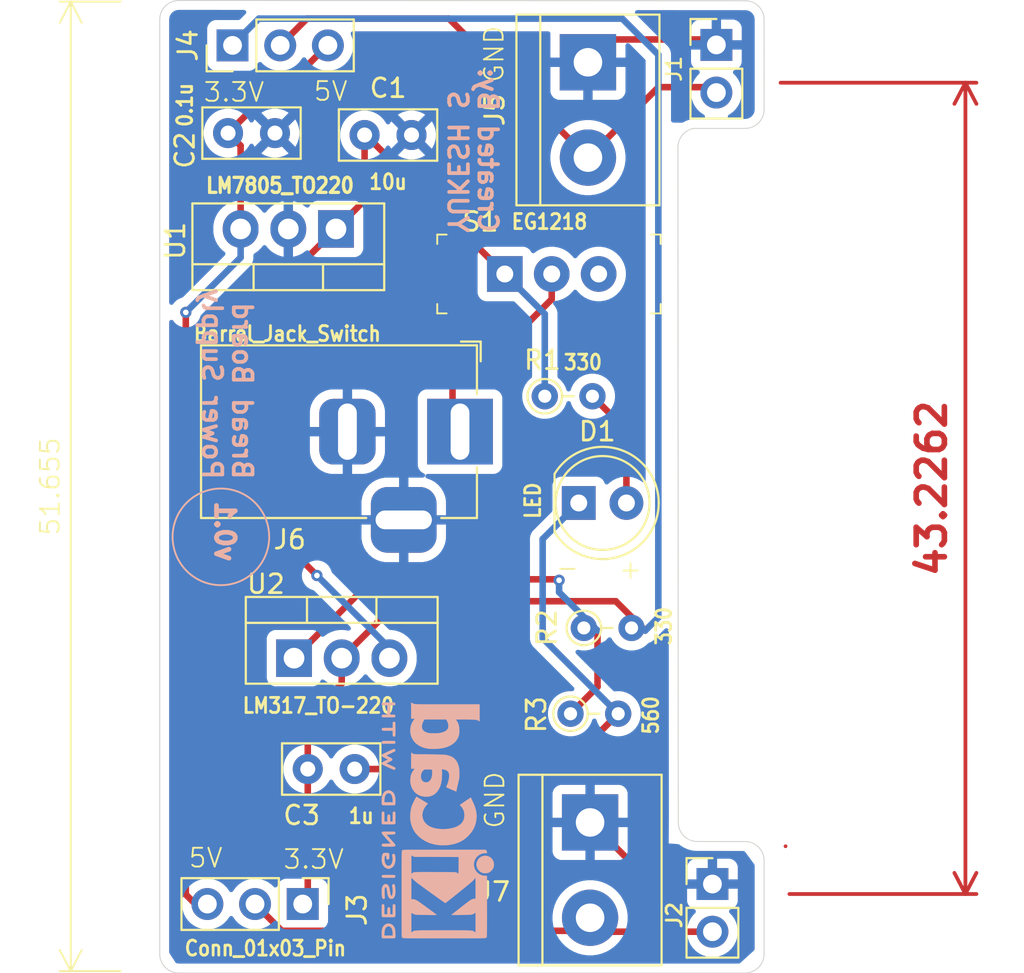
<source format=kicad_pcb>
(kicad_pcb (version 20241229) (generator "pcbnew") (generator_version "9.0")
  (title_block (title "Bread Board Supply v001") (date "2025-12-05") (rev "1"))
  (layers (0 "F.Cu" signal) (2 "B.Cu" signal) (13 "F.Paste" user) (15 "B.Paste" user) (5 "F.SilkS" user "F.Silkscreen") (7 "B.SilkS" user "B.Silkscreen") (1 "F.Mask" user) (3 "B.Mask" user) (25 "Edge.Cuts" user))
  (net 0 "")
  (net 1 "GND")
  (net 2 "/12V")
  (net 3 "/5V")
  (net 4 "/3.3V")
  (net 5 "Net-(D1-K)")
  (net 6 "Net-(D1-A)")
  (net 7 "/POWER_IN")
  (net 8 "Net-(U2-ADJ)")
  (net 10 "/POW_OUT_TOP")
  (net 11 "/POW_OUT_BOT")
  (footprint "Resistor_THT:R_Axial_DIN0204_L3.6mm_D1.6mm_P2.54mm_Vertical" (layer "F.Cu") (at 109.27 93.2688)
    (property "Reference" "R2" (at -1.97 -0.0088 90) (layer "F.SilkS"))
    (property "Value" "330" (at 4.26 -0.0988 90) (layer "F.SilkS") (effects (font (size 0.8 0.7))))
    (pad "1" thru_hole circle (at 0 0) (size 1.4 1.4) (drill 0.7) (layers "*.Cu" "*.Mask") (net 8 "Net-(U2-ADJ)"))
    (pad "2" thru_hole circle (at 2.54 0) (size 1.4 1.4) (drill 0.7) (layers "*.Cu" "*.Mask") (net 4 "/3.3V"))
  )
  (footprint "Connector_PinHeader_2.54mm:PinHeader_1x03_P2.54mm_Vertical" (layer "F.Cu") (at 94.29 107.98 -90)
    (property "Reference" "J3" (at 0.31 -2.89 90) (layer "F.SilkS"))
    (property "Value" "Conn_01x03_Pin" (at 2.36 1.99 180) (layer "F.SilkS") (effects (font (size 0.8 0.7))))
    (pad "1" thru_hole rect (at 0 0 270) (size 1.7 1.7) (drill 1) (layers "*.Cu" "*.Mask") (net 4 "/3.3V"))
    (pad "2" thru_hole circle (at 0 2.54 270) (size 1.7 1.7) (drill 1) (layers "*.Cu" "*.Mask") (net 11 "/POW_OUT_BOT"))
    (pad "3" thru_hole circle (at 0 5.08 270) (size 1.7 1.7) (drill 1) (layers "*.Cu" "*.Mask") (net 3 "/5V"))
  )
  (footprint "TerminalBlock:TerminalBlock_bornier-2_P5.08mm" (layer "F.Cu") (at 109.487 63.130901 -90)
    (property "Reference" "J5" (at 2.54 4.966 90) (layer "F.SilkS"))
    (property "Value" "Screw_Terminal_01x02" (hide yes))
    (pad "1" thru_hole rect (at 0 0 270) (size 3 3) (drill 1.52) (layers "*.Cu" "*.Mask") (net 1 "GND"))
    (pad "2" thru_hole circle (at 5.08 0 270) (size 3 3) (drill 1.52) (layers "*.Cu" "*.Mask") (net 10 "/POW_OUT_TOP"))
  )
  (footprint "TerminalBlock:TerminalBlock_bornier-2_P5.08mm" (layer "F.Cu") (at 109.601 103.632 -90)
    (property "Reference" "J7" (at 3.698 5.121 180) (layer "F.SilkS"))
    (property "Value" "Screw_Terminal_01x02" (hide yes))
    (pad "1" thru_hole rect (at 0 0 270) (size 3 3) (drill 1.52) (layers "*.Cu" "*.Mask") (net 1 "GND"))
    (pad "2" thru_hole circle (at 5.08 0 270) (size 3 3) (drill 1.52) (layers "*.Cu" "*.Mask") (net 11 "/POW_OUT_BOT"))
  )
  (footprint "Package_TO_SOT_THT:TO-220-3_Vertical" (layer "F.Cu") (at 96.062 72.010901 180)
    (property "Reference" "U1" (at 8.559 -0.633099 90) (layer "F.SilkS"))
    (property "Value" "LM7805_TO220" (at 2.982 2.310901 0) (layer "F.SilkS") (effects (font (size 0.8 0.7) (thickness 0.175) (bold yes))))
    (pad "1" thru_hole rect (at 0 0 180) (size 1.905 2) (drill 1.1) (layers "*.Cu" "*.Mask") (net 2 "/12V"))
    (pad "2" thru_hole oval (at 2.54 0 180) (size 1.905 2) (drill 1.1) (layers "*.Cu" "*.Mask") (net 1 "GND"))
    (pad "3" thru_hole oval (at 5.08 0 180) (size 1.905 2) (drill 1.1) (layers "*.Cu" "*.Mask") (net 3 "/5V"))
  )
  (footprint "Connector_BarrelJack:BarrelJack_Horizontal" (layer "F.Cu") (at 102.6724 82.8117)
    (property "Reference" "J6" (at -9.0734 5.75 0) (layer "F.SilkS"))
    (property "Value" "Barrel_Jack_Switch" (at -9.2004 -5.2147 0) (layer "F.SilkS") (effects (font (size 0.8 0.7))))
    (pad "1" thru_hole rect (at 0 0) (size 3.5 3.5) (drill oval 1 3) (layers "*.Cu" "*.Mask") (net 7 "/POWER_IN"))
    (pad "2" thru_hole roundrect (at -6 0) (size 3 3.5) (drill oval 1 3) (layers "*.Cu" "*.Mask") (net 1 "GND"))
    (pad "3" thru_hole roundrect (at -3 4.7) (size 3.5 3.5) (drill oval 3 1) (layers "*.Cu" "*.Mask") (net 1 "GND"))
  )
  (footprint "Capacitor_THT:C_Disc_D5.0mm_W2.5mm_P2.50mm" (layer "F.Cu") (at 94.5588 100.7872)
    (property "Reference" "C3" (at -0.3248 2.4638 0) (layer "F.SilkS"))
    (property "Value" "1u" (at 2.8502 2.5 0) (layer "F.SilkS") (effects (font (size 0.8 0.7))))
    (pad "1" thru_hole circle (at 0 0) (size 1.6 1.6) (drill 0.8) (layers "*.Cu" "*.Mask") (net 4 "/3.3V"))
    (pad "2" thru_hole circle (at 2.5 0) (size 1.6 1.6) (drill 0.8) (layers "*.Cu" "*.Mask") (net 5 "Net-(D1-K)"))
  )
  (footprint "Resistor_THT:R_Axial_DIN0204_L3.6mm_D1.6mm_P2.54mm_Vertical" (layer "F.Cu") (at 107.1872 80.9244)
    (property "Reference" "R1" (at -0.1262 -1.9304 0) (layer "F.SilkS"))
    (property "Value" "330" (at 2.0328 -1.8034 0) (layer "F.SilkS") (effects (font (size 0.8 0.7))))
    (pad "1" thru_hole circle (at 0 0) (size 1.4 1.4) (drill 0.7) (layers "*.Cu" "*.Mask") (net 2 "/12V"))
    (pad "2" thru_hole circle (at 2.54 0) (size 1.4 1.4) (drill 0.7) (layers "*.Cu" "*.Mask") (net 6 "Net-(D1-A)"))
  )
  (footprint "digikey-footprints:Switch_Slide_11.6x4mm_EG1218" (layer "F.Cu") (at 105.057 74.410901)
    (property "Reference" "S1" (at -1.298 -2.782901 0) (layer "F.SilkS"))
    (property "Value" "EG1218" (at 2.38 -2.782901 0) (layer "F.SilkS") (effects (font (size 0.8 0.7))))
    (pad "1" thru_hole rect (at 0 0) (size 1.9 1.9) (drill 0.9) (layers "*.Cu" "*.Mask") (net 2 "/12V"))
    (pad "2" thru_hole circle (at 2.5 0) (size 1.9 1.9) (drill 0.9) (layers "*.Cu" "*.Mask") (net 7 "/POWER_IN"))
    (pad "3" thru_hole circle (at 5 0) (size 1.9 1.9) (drill 0.9) (layers "*.Cu" "*.Mask"))
  )
  (footprint "LED_THT:LED_D5.0mm" (layer "F.Cu") (at 108.997 86.610901)
    (property "Reference" "D1" (at 0.985 -3.806901 0) (layer "F.SilkS"))
    (property "Value" "LED" (at -2.444 -0.123901 90) (layer "F.SilkS") (effects (font (size 0.8 0.7))))
    (pad "1" thru_hole rect (at 0 0) (size 1.8 1.8) (drill 0.9) (layers "*.Cu" "*.Mask") (net 5 "Net-(D1-K)"))
    (pad "2" thru_hole circle (at 2.54 0) (size 1.8 1.8) (drill 0.9) (layers "*.Cu" "*.Mask") (net 6 "Net-(D1-A)"))
  )
  (footprint "Package_TO_SOT_THT:TO-220-3_Vertical" (layer "F.Cu") (at 93.8276 94.8792)
    (property "Reference" "U2" (at -1.4986 -3.9472 0) (layer "F.SilkS"))
    (property "Value" "LM317_TO-220" (at 1.2954 2.5298 0) (layer "F.SilkS") (effects (font (size 0.8 0.7))))
    (pad "1" thru_hole rect (at 0 0) (size 1.905 2) (drill 1.1) (layers "*.Cu" "*.Mask") (net 8 "Net-(U2-ADJ)"))
    (pad "2" thru_hole oval (at 2.54 0) (size 1.905 2) (drill 1.1) (layers "*.Cu" "*.Mask") (net 4 "/3.3V"))
    (pad "3" thru_hole oval (at 5.08 0) (size 1.905 2) (drill 1.1) (layers "*.Cu" "*.Mask") (net 2 "/12V"))
  )
  (footprint "Resistor_THT:R_Axial_DIN0204_L3.6mm_D1.6mm_P2.54mm_Vertical" (layer "F.Cu") (at 108.5588 97.8408)
    (property "Reference" "R3" (at -1.8188 0.0492 90) (layer "F.SilkS"))
    (property "Value" "560" (at 4.2812 0.0792 90) (layer "F.SilkS") (effects (font (size 0.8 0.7))))
    (pad "1" thru_hole circle (at 0 0) (size 1.4 1.4) (drill 0.7) (layers "*.Cu" "*.Mask") (net 8 "Net-(U2-ADJ)"))
    (pad "2" thru_hole circle (at 2.54 0) (size 1.4 1.4) (drill 0.7) (layers "*.Cu" "*.Mask") (net 5 "Net-(D1-K)"))
  )
  (footprint "Connector_PinHeader_2.54mm:PinHeader_1x02_P2.54mm_Vertical" (layer "F.Cu") (at 116.33 62.205)
    (property "Reference" "J1" (at -2.26 1.275 270) (layer "F.SilkS") (effects (font (size 0.8 0.8) (thickness 0.125))))
    (property "Value" "Conn_01x02_Pin" (hide yes))
    (pad "1" thru_hole rect (at 0 0) (size 1.7 1.7) (drill 1) (layers "*.Cu" "*.Mask") (net 1 "GND"))
    (pad "2" thru_hole circle (at 0 2.54) (size 1.7 1.7) (drill 1) (layers "*.Cu" "*.Mask") (net 10 "/POW_OUT_TOP"))
  )
  (footprint "Connector_PinHeader_2.54mm:PinHeader_1x02_P2.54mm_Vertical" (layer "F.Cu") (at 116.12 106.915)
    (property "Reference" "J2" (at -2.03 1.655 90) (layer "F.SilkS") (effects (font (size 0.8 0.8))))
    (property "Value" "Conn_01x02_Pin" (hide yes))
    (pad "1" thru_hole rect (at 0 0) (size 1.7 1.7) (drill 1) (layers "*.Cu" "*.Mask") (net 1 "GND"))
    (pad "2" thru_hole circle (at 0 2.54) (size 1.7 1.7) (drill 1) (layers "*.Cu" "*.Mask") (net 11 "/POW_OUT_BOT"))
  )
  (footprint "Capacitor_THT:C_Disc_D5.0mm_W2.5mm_P2.50mm" (layer "F.Cu") (at 97.5868 67.0052)
    (property "Reference" "C1" (at 1.25 -2.5 0) (layer "F.SilkS"))
    (property "Value" "10u" (at 1.25 2.5 0) (layer "F.SilkS") (effects (font (size 0.8 0.7))))
    (pad "1" thru_hole circle (at 0 0) (size 1.6 1.6) (drill 0.8) (layers "*.Cu" "*.Mask") (net 2 "/12V"))
    (pad "2" thru_hole circle (at 2.5 0) (size 1.6 1.6) (drill 0.8) (layers "*.Cu" "*.Mask") (net 1 "GND"))
  )
  (footprint "Connector_PinHeader_2.54mm:PinHeader_1x03_P2.54mm_Vertical" (layer "F.Cu") (at 90.551 62.23 90)
    (property "Reference" "J4" (at 0 -2.38 90) (layer "F.SilkS"))
    (property "Value" "Conn_01x03_Pin" (hide yes))
    (pad "1" thru_hole rect (at 0 0 90) (size 1.7 1.7) (drill 1) (layers "*.Cu" "*.Mask") (net 4 "/3.3V"))
    (pad "2" thru_hole circle (at 0 2.54 90) (size 1.7 1.7) (drill 1) (layers "*.Cu" "*.Mask") (net 10 "/POW_OUT_TOP"))
    (pad "3" thru_hole circle (at 0 5.08 90) (size 1.7 1.7) (drill 1) (layers "*.Cu" "*.Mask") (net 3 "/5V"))
  )
  (footprint "Capacitor_THT:C_Disc_D5.0mm_W2.5mm_P2.50mm" (layer "F.Cu") (at 90.3116 66.9036)
    (property "Reference" "C2" (at -2.3006 0.9144 90) (layer "F.SilkS"))
    (property "Value" "0.1u" (at -2.3006 -1.4986 90) (layer "F.SilkS") (effects (font (size 0.8 0.7))))
    (pad "1" thru_hole circle (at 0 0) (size 1.6 1.6) (drill 0.8) (layers "*.Cu" "*.Mask") (net 3 "/5V"))
    (pad "2" thru_hole circle (at 2.5 0) (size 1.6 1.6) (drill 0.8) (layers "*.Cu" "*.Mask") (net 1 "GND"))
  )
  (footprint "Symbol:KiCad-Logo2_5mm_SilkScreen" (layer "B.Cu") (at 101.5 103.53 90)
    (property "Reference" "REF**" (hide yes))
    (property "Value" "KiCad-Logo2_5mm_SilkScreen" (hide yes))
  )
  (gr_curve (pts (xy 120.015 104.902) (xy 120.015 104.902) (xy 120.015 104.902) (xy 120.015 104.902)) (stroke (width 0.2)) (layer "F.Cu"))
  (gr_circle (center 89.93 88.416131) (end 88.11 86.596131) (stroke (width 0.1)) (fill no) (layer "B.SilkS"))
  (gr_line (start 117.872 59.852888) (end 87.688 59.837401) (stroke (width 0.05)) (layer "Edge.Cuts"))
  (gr_arc (start 117.872 59.852873) (mid 118.581063 60.147722) (end 118.872 60.8584) (stroke (width 0.05)) (layer "Edge.Cuts"))
  (gr_arc (start 114.281479 67.669401) (mid 114.516324 67.012512) (end 115.1144 66.653401) (stroke (width 0.05)) (layer "Edge.Cuts"))
  (gr_arc (start 118.872896 65.700732) (mid 118.572467 66.361143) (end 117.9084 66.653401) (stroke (width 0.05)) (layer "Edge.Cuts"))
  (gr_line (start 114.281479 67.669401) (end 114.3 103.637401) (stroke (width 0.05)) (layer "Edge.Cuts"))
  (gr_line (start 105.872 111.653401) (end 117.862856 111.653378) (stroke (width 0.05)) (layer "Edge.Cuts"))
  (gr_line (start 115.323274 104.647988) (end 117.897966 104.652998) (stroke (width 0.05)) (layer "Edge.Cuts"))
  (gr_arc (start 118.872 110.637401) (mid 118.57684 111.353393) (end 117.862856 111.653378) (stroke (width 0.05)) (layer "Edge.Cuts"))
  (gr_arc (start 117.9068 104.653401) (mid 118.610342 104.986902) (end 118.872 105.720201) (stroke (width 0.05)) (layer "Edge.Cuts"))
  (gr_line (start 117.908395 66.653401) (end 115.1144 66.653401) (stroke (width 0.05)) (layer "Edge.Cuts"))
  (gr_arc (start 86.672 60.853401) (mid 86.96958 60.134981) (end 87.688 59.837401) (stroke (width 0.05)) (layer "Edge.Cuts"))
  (gr_line (start 86.672 60.853401) (end 86.672 110.637401) (stroke (width 0.05)) (layer "Edge.Cuts"))
  (gr_arc (start 87.688 111.653401) (mid 86.96958 111.355821) (end 86.672 110.637401) (stroke (width 0.05)) (layer "Edge.Cuts"))
  (gr_arc (start 115.323274 104.647988) (mid 114.602065 104.354898) (end 114.3 103.637401) (stroke (width 0.05)) (layer "Edge.Cuts"))
  (gr_line (start 118.871996 60.860714) (end 118.872896 65.700727) (stroke (width 0.05)) (layer "Edge.Cuts"))
  (gr_line (start 87.688 111.653401) (end 105.872 111.653401) (stroke (width 0.05)) (layer "Edge.Cuts"))
  (gr_line (start 118.872 105.720201) (end 118.872 110.637401) (stroke (width 0.05)) (layer "Edge.Cuts"))
  (gr_text "5V" (at 88.15 106.11 0) (layer "F.SilkS") (effects (font (size 1 1) (thickness 0.1)) (justify left bottom)))
  (gr_text "+" (at 111.068779 90.72 0) (layer "F.SilkS") (effects (font (size 1 1) (thickness 0.1)) (justify left bottom)))
  (gr_text "5V" (at 94.81 64.09 0) (layer "F.SilkS") (effects (font (size 1 1) (thickness 0.1)) (justify left top)))
  (gr_text "3.3V" (at 88.9416 64.14 0) (layer "F.SilkS") (effects (font (size 1 1) (thickness 0.1)) (justify left top)))
  (gr_text "GND" (at 105.11 104.03 90) (layer "F.SilkS") (effects (font (size 1 1) (thickness 0.1)) (justify left bottom)))
  (gr_text "3.3V" (at 93.1888 105.01 0) (layer "F.SilkS") (effects (font (size 1 1) (thickness 0.1)) (justify left top)))
  (gr_text "GND" (at 105.07 64.28 90) (layer "F.SilkS") (effects (font (size 1 1) (thickness 0.1)) (justify left bottom)))
  (gr_text "-" (at 107.707 90.63 0) (layer "F.SilkS") (effects (font (size 1 1) (thickness 0.1)) (justify left bottom)))
  (gr_text "Created By:\nYUKESH S" (at 101.957 72.310901 270) (layer "B.SilkS") (effects (font (size 1 1) (thickness 0.2) (bold yes)) (justify left bottom mirror)))
  (gr_text "Bread Board\nPower Supply " (at 88.8724 85.46 270) (layer "B.SilkS") (effects (font (size 1 1) (thickness 0.2) (bold yes)) (justify left bottom mirror)))
  (gr_text "v0.1" (at 89.56 89.86 270) (layer "B.SilkS") (effects (font (size 1 1) (thickness 0.25) (bold yes)) (justify left bottom mirror)))
  (dimension (type orthogonal) (layer "F.Cu") (pts (xy 119.25 64.22) (xy 119.72 107.4462)) (height 10.3488) (orientation 1) (format (prefix "") (suffix "") (units 3) (units_format 0) (precision 4) (suppress_zeroes yes)) (style (thickness 0.2) (arrow_length 1.27) (text_position_mode 0) (arrow_direction outward) (extension_height 0.58642) (extension_offset 0.5) (keep_text_aligned yes)) (gr_text "43.2262" (at 127.7988 85.8331 90) (layer "F.Cu") (effects (font (size 1.5 1.5) (thickness 0.3)))))
  (dimension (type orthogonal) (layer "F.SilkS") (pts (xy 85.09 59.9) (xy 85.09 111.555019)) (height -3.16) (orientation 1) (format (prefix "") (suffix "") (units 3) (units_format 0) (precision 4) (suppress_zeroes yes)) (style (thickness 0.1) (arrow_length 1.27) (text_position_mode 0) (arrow_direction outward) (extension_height 0.58642) (extension_offset 0.5) (keep_text_aligned yes)) (gr_text "51.655" (at 80.83 85.72751 90) (layer "F.SilkS") (effects (font (size 1 1) (thickness 0.1)))))
  (segment (start 116.3392 61.915201) (end 110.7027 61.915201) (width 0.35) (layer "F.Cu") (net 1))
  (segment (start 112.9984 106.979801) (end 109.472 103.453401) (width 0.35) (layer "F.Cu") (net 1))
  (segment (start 115.9328 106.979801) (end 112.9984 106.979801) (width 0.35) (layer "F.Cu") (net 1))
  (segment (start 110.7027 61.915201) (end 109.487 63.130901) (width 0.35) (layer "F.Cu") (net 1))
  (segment (start 96.062 72.010901) (end 92.2991 75.773801) (width 0.35) (layer "F.Cu") (net 2))
  (segment (start 97.5868 70.486101) (end 96.062 72.010901) (width 0.35) (layer "F.Cu") (net 2))
  (segment (start 97.5868 67.0052) (end 97.651299 67.0052) (width 0.35) (layer "F.Cu") (net 2))
  (segment (start 92.2991 87.7271) (end 95.0468 90.4748) (width 0.35) (layer "F.Cu") (net 2))
  (segment (start 97.5868 67.0052) (end 97.5868 70.486101) (width 0.35) (layer "F.Cu") (net 2))
  (segment (start 97.651299 67.0052) (end 105.057 74.410901) (width 0.35) (layer "F.Cu") (net 2))
  (segment (start 92.2991 75.773801) (end 92.2991 87.7271) (width 0.35) (layer "F.Cu") (net 2))
  (via (at 95.0468 90.4748) (size 0.6) (drill 0.3) (layers "F.Cu" "B.Cu") (net 2))
  (segment (start 107.1872 80.9244) (end 107.1872 76.541101) (width 0.35) (layer "B.Cu") (net 2))
  (segment (start 107.1872 76.541101) (end 105.057 74.410901) (width 0.35) (layer "B.Cu") (net 2))
  (segment (start 98.9076 94.8792) (end 98.9076 94.3356) (width 0.35) (layer "B.Cu") (net 2))
  (segment (start 98.9076 94.3356) (end 95.0468 90.4748) (width 0.35) (layer "B.Cu") (net 2))
  (segment (start 88.568599 107.98) (end 88.0606 107.472001) (width 0.35) (layer "F.Cu") (net 3))
  (segment (start 92.71 65.1256) (end 92.0896 65.1256) (width 0.35) (layer "F.Cu") (net 3))
  (segment (start 90.982 67.574) (end 90.3116 66.9036) (width 0.35) (layer "F.Cu") (net 3))
  (segment (start 95.6056 62.23) (end 92.71 65.1256) (width 0.35) (layer "F.Cu") (net 3))
  (segment (start 89.21 107.98) (end 88.568599 107.98) (width 0.35) (layer "F.Cu") (net 3))
  (segment (start 88.0606 107.472001) (end 88.0606 76.454) (width 0.35) (layer "F.Cu") (net 3))
  (segment (start 90.982 72.010901) (end 90.982 67.574) (width 0.35) (layer "F.Cu") (net 3))
  (segment (start 92.0896 65.1256) (end 90.3116 66.9036) (width 0.35) (layer "F.Cu") (net 3))
  (via (at 88.0606 76.454) (size 0.6) (drill 0.3) (layers "F.Cu" "B.Cu") (net 3))
  (segment (start 90.982 73.5326) (end 90.982 72.010901) (width 0.35) (layer "B.Cu") (net 3))
  (segment (start 88.0606 76.454) (end 90.982 73.5326) (width 0.35) (layer "B.Cu") (net 3))
  (segment (start 94.5588 107.7112) (end 94.29 107.98) (width 0.35) (layer "F.Cu") (net 4))
  (segment (start 94.5588 100.7872) (end 94.5588 107.7112) (width 0.35) (layer "F.Cu") (net 4))
  (segment (start 110.972499 91.8464) (end 112.537 93.410901) (width 0.35) (layer "F.Cu") (net 4))
  (segment (start 94.5588 98.038) (end 94.5588 100.7872) (width 0.35) (layer "F.Cu") (net 4))
  (segment (start 99.4004 91.8464) (end 110.972499 91.8464) (width 0.35) (layer "F.Cu") (net 4))
  (segment (start 96.3676 94.8792) (end 96.3676 96.2292) (width 0.35) (layer "F.Cu") (net 4))
  (segment (start 96.3676 96.2292) (end 94.5588 98.038) (width 0.35) (layer "F.Cu") (net 4))
  (segment (start 96.3676 94.8792) (end 99.4004 91.8464) (width 0.35) (layer "F.Cu") (net 4))
  (segment (start 111.312099 60.804) (end 113.237 62.728901) (width 0.35) (layer "B.Cu") (net 4))
  (segment (start 90.5256 62.23) (end 91.9516 60.804) (width 0.35) (layer "B.Cu") (net 4))
  (segment (start 91.9516 60.804) (end 111.312099 60.804) (width 0.35) (layer "B.Cu") (net 4))
  (segment (start 113.237 92.710901) (end 112.537 93.410901) (width 0.35) (layer "B.Cu") (net 4))
  (segment (start 113.237 62.728901) (end 113.237 92.710901) (width 0.35) (layer "B.Cu") (net 4))
  (segment (start 108.1524 100.7872) (end 97.0588 100.7872) (width 0.35) (layer "F.Cu") (net 5))
  (segment (start 111.0988 97.8408) (end 108.1524 100.7872) (width 0.35) (layer "F.Cu") (net 5))
  (segment (start 107.074 93.816) (end 111.0988 97.8408) (width 0.35) (layer "B.Cu") (net 5))
  (segment (start 107.074 88.533901) (end 107.074 93.816) (width 0.35) (layer "B.Cu") (net 5))
  (segment (start 108.997 86.610901) (end 107.074 88.533901) (width 0.35) (layer "B.Cu") (net 5))
  (segment (start 111.537 86.610901) (end 111.537 82.7342) (width 0.35) (layer "F.Cu") (net 6))
  (segment (start 111.537 82.7342) (end 109.7272 80.9244) (width 0.35) (layer "F.Cu") (net 6))
  (segment (start 102.272 79.1348) (end 102.272 82.253401) (width 0.35) (layer "F.Cu") (net 7))
  (segment (start 107.557 74.410901) (end 107.557 75.754403) (width 0.35) (layer "F.Cu") (net 7))
  (segment (start 107.557 75.754403) (end 106.349403 76.962) (width 0.35) (layer "F.Cu") (net 7))
  (segment (start 104.4448 76.962) (end 102.272 79.1348) (width 0.35) (layer "F.Cu") (net 7))
  (segment (start 106.349403 76.962) (end 104.4448 76.962) (width 0.35) (layer "F.Cu") (net 7))
  (segment (start 98.0288 90.678) (end 107.8992 90.678) (width 0.35) (layer "F.Cu") (net 8))
  (segment (start 93.8276 94.8792) (end 98.0288 90.678) (width 0.35) (layer "F.Cu") (net 8))
  (segment (start 109.997 96.4026) (end 108.5588 97.8408) (width 0.35) (layer "F.Cu") (net 8))
  (segment (start 109.997 93.410901) (end 109.997 96.4026) (width 0.35) (layer "F.Cu") (net 8))
  (segment (start 107.8992 90.678) (end 107.95 90.7288) (width 0.35) (layer "F.Cu") (net 8))
  (via (at 107.95 90.7288) (size 0.6) (drill 0.3) (layers "F.Cu" "B.Cu") (net 8))
  (segment (start 107.95 90.7288) (end 107.95 91.363901) (width 0.35) (layer "B.Cu") (net 8))
  (segment (start 107.95 91.363901) (end 109.997 93.410901) (width 0.35) (layer "B.Cu") (net 8))
  (segment (start 109.487 68.210901) (end 102.080099 60.804) (width 0.35) (layer "F.Cu") (net 10))
  (segment (start 116.3392 64.455201) (end 113.2427 64.455201) (width 0.35) (layer "F.Cu") (net 10))
  (segment (start 113.2427 64.455201) (end 109.487 68.210901) (width 0.35) (layer "F.Cu") (net 10))
  (segment (start 102.080099 60.804) (end 94.517 60.804) (width 0.35) (layer "F.Cu") (net 10))
  (segment (start 94.517 60.804) (end 93.091 62.23) (width 0.35) (layer "F.Cu") (net 10))
  (segment (start 93.176 109.406) (end 91.75 107.98) (width 0.35) (layer "F.Cu") (net 11))
  (segment (start 116.12 109.455) (end 110.344 109.455) (width 0.35) (layer "F.Cu") (net 11))
  (segment (start 108.907 109.406) (end 93.176 109.406) (width 0.35) (layer "F.Cu") (net 11))
  (segment (start 110.344 109.455) (end 109.601 108.712) (width 0.35) (layer "F.Cu") (net 11))
  (segment (start 109.601 108.712) (end 108.907 109.406) (width 0.35) (layer "F.Cu") (net 11))
  (zone (net 1) (net_name "GND") (layer "B.Cu") (connect_pads (clearance 0.5)) (min_thickness 0.25) (fill yes (thermal_gap 0.5) (thermal_bridge_width 0.5))
    (polygon (pts (xy 113.9952 60.0964) (xy 87.7824 60.0456) (xy 86.9696 60.8076) (xy 86.9188 110.1852) (xy 87.6808 111.3536) (xy 117.348 111.3536) (xy 118.4656 110.3376) (xy 118.4656 106.0196) (xy 117.7544 105.0544) (xy 113.792 104.7496) (xy 113.9952 66.3448) (xy 117.9068 66.3956) (xy 118.5164 65.786) (xy 118.5672 60.706) (xy 117.9068 60.0964) (xy 113.8936 60.0964)))
  )
)
</source>
